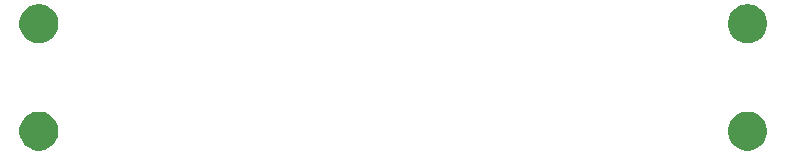
<source format=gbs>
G04 #@! TF.GenerationSoftware,KiCad,Pcbnew,(5.1.2)-1*
G04 #@! TF.CreationDate,2021-01-11T20:38:22+09:00*
G04 #@! TF.ProjectId,es_back,65735f62-6163-46b2-9e6b-696361645f70,v1.2*
G04 #@! TF.SameCoordinates,Original*
G04 #@! TF.FileFunction,Soldermask,Bot*
G04 #@! TF.FilePolarity,Negative*
%FSLAX46Y46*%
G04 Gerber Fmt 4.6, Leading zero omitted, Abs format (unit mm)*
G04 Created by KiCad (PCBNEW (5.1.2)-1) date 2021-01-11 20:38:22*
%MOMM*%
%LPD*%
G04 APERTURE LIST*
%ADD10C,0.100000*%
G04 APERTURE END LIST*
D10*
G36*
X207375256Y-89391298D02*
G01*
X207481579Y-89412447D01*
X207782042Y-89536903D01*
X208052451Y-89717585D01*
X208282415Y-89947549D01*
X208463097Y-90217958D01*
X208587553Y-90518421D01*
X208651000Y-90837391D01*
X208651000Y-91162609D01*
X208587553Y-91481579D01*
X208463097Y-91782042D01*
X208282415Y-92052451D01*
X208052451Y-92282415D01*
X207782042Y-92463097D01*
X207481579Y-92587553D01*
X207375256Y-92608702D01*
X207162611Y-92651000D01*
X206837389Y-92651000D01*
X206624744Y-92608702D01*
X206518421Y-92587553D01*
X206217958Y-92463097D01*
X205947549Y-92282415D01*
X205717585Y-92052451D01*
X205536903Y-91782042D01*
X205412447Y-91481579D01*
X205349000Y-91162609D01*
X205349000Y-90837391D01*
X205412447Y-90518421D01*
X205536903Y-90217958D01*
X205717585Y-89947549D01*
X205947549Y-89717585D01*
X206217958Y-89536903D01*
X206518421Y-89412447D01*
X206624744Y-89391298D01*
X206837389Y-89349000D01*
X207162611Y-89349000D01*
X207375256Y-89391298D01*
X207375256Y-89391298D01*
G37*
G36*
X147375256Y-89391298D02*
G01*
X147481579Y-89412447D01*
X147782042Y-89536903D01*
X148052451Y-89717585D01*
X148282415Y-89947549D01*
X148463097Y-90217958D01*
X148587553Y-90518421D01*
X148651000Y-90837391D01*
X148651000Y-91162609D01*
X148587553Y-91481579D01*
X148463097Y-91782042D01*
X148282415Y-92052451D01*
X148052451Y-92282415D01*
X147782042Y-92463097D01*
X147481579Y-92587553D01*
X147375256Y-92608702D01*
X147162611Y-92651000D01*
X146837389Y-92651000D01*
X146624744Y-92608702D01*
X146518421Y-92587553D01*
X146217958Y-92463097D01*
X145947549Y-92282415D01*
X145717585Y-92052451D01*
X145536903Y-91782042D01*
X145412447Y-91481579D01*
X145349000Y-91162609D01*
X145349000Y-90837391D01*
X145412447Y-90518421D01*
X145536903Y-90217958D01*
X145717585Y-89947549D01*
X145947549Y-89717585D01*
X146217958Y-89536903D01*
X146518421Y-89412447D01*
X146624744Y-89391298D01*
X146837389Y-89349000D01*
X147162611Y-89349000D01*
X147375256Y-89391298D01*
X147375256Y-89391298D01*
G37*
G36*
X207375256Y-80291298D02*
G01*
X207481579Y-80312447D01*
X207782042Y-80436903D01*
X208052451Y-80617585D01*
X208282415Y-80847549D01*
X208463097Y-81117958D01*
X208587553Y-81418421D01*
X208651000Y-81737391D01*
X208651000Y-82062609D01*
X208587553Y-82381579D01*
X208463097Y-82682042D01*
X208282415Y-82952451D01*
X208052451Y-83182415D01*
X207782042Y-83363097D01*
X207481579Y-83487553D01*
X207375256Y-83508702D01*
X207162611Y-83551000D01*
X206837389Y-83551000D01*
X206624744Y-83508702D01*
X206518421Y-83487553D01*
X206217958Y-83363097D01*
X205947549Y-83182415D01*
X205717585Y-82952451D01*
X205536903Y-82682042D01*
X205412447Y-82381579D01*
X205349000Y-82062609D01*
X205349000Y-81737391D01*
X205412447Y-81418421D01*
X205536903Y-81117958D01*
X205717585Y-80847549D01*
X205947549Y-80617585D01*
X206217958Y-80436903D01*
X206518421Y-80312447D01*
X206624744Y-80291298D01*
X206837389Y-80249000D01*
X207162611Y-80249000D01*
X207375256Y-80291298D01*
X207375256Y-80291298D01*
G37*
G36*
X147375256Y-80291298D02*
G01*
X147481579Y-80312447D01*
X147782042Y-80436903D01*
X148052451Y-80617585D01*
X148282415Y-80847549D01*
X148463097Y-81117958D01*
X148587553Y-81418421D01*
X148651000Y-81737391D01*
X148651000Y-82062609D01*
X148587553Y-82381579D01*
X148463097Y-82682042D01*
X148282415Y-82952451D01*
X148052451Y-83182415D01*
X147782042Y-83363097D01*
X147481579Y-83487553D01*
X147375256Y-83508702D01*
X147162611Y-83551000D01*
X146837389Y-83551000D01*
X146624744Y-83508702D01*
X146518421Y-83487553D01*
X146217958Y-83363097D01*
X145947549Y-83182415D01*
X145717585Y-82952451D01*
X145536903Y-82682042D01*
X145412447Y-82381579D01*
X145349000Y-82062609D01*
X145349000Y-81737391D01*
X145412447Y-81418421D01*
X145536903Y-81117958D01*
X145717585Y-80847549D01*
X145947549Y-80617585D01*
X146217958Y-80436903D01*
X146518421Y-80312447D01*
X146624744Y-80291298D01*
X146837389Y-80249000D01*
X147162611Y-80249000D01*
X147375256Y-80291298D01*
X147375256Y-80291298D01*
G37*
M02*

</source>
